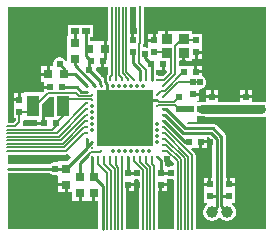
<source format=gtl>
G04*
G04 #@! TF.GenerationSoftware,Altium Limited,Altium Designer,18.0.11 (651)*
G04*
G04 Layer_Physical_Order=1*
G04 Layer_Color=255*
%FSLAX24Y24*%
%MOIN*%
G70*
G01*
G75*
%ADD10C,0.0059*%
%ADD11C,0.0098*%
%ADD13C,0.0079*%
%ADD14R,0.0197X0.0236*%
%ADD15R,0.0236X0.0197*%
%ADD16R,0.0256X0.0197*%
%ADD17R,0.0300X0.0300*%
%ADD18R,0.0315X0.0295*%
%ADD19R,0.0394X0.0709*%
%ADD20R,0.1909X0.1909*%
%ADD22R,0.0295X0.0315*%
%ADD23R,0.0374X0.0335*%
%ADD34C,0.0108*%
%ADD35C,0.0057*%
%ADD36C,0.0200*%
%ADD37C,0.0300*%
%ADD38C,0.0072*%
%ADD39C,0.0394*%
%ADD40C,0.0240*%
%ADD41C,0.0138*%
G36*
X372Y2817D02*
X316D01*
Y2598D01*
X216D01*
Y2817D01*
X169D01*
Y3708D01*
X372D01*
Y2817D01*
D02*
G37*
G36*
X-555Y2566D02*
X-609D01*
Y2309D01*
X-709D01*
Y2566D01*
X-907D01*
Y2566D01*
X-943D01*
Y2566D01*
X-1150D01*
Y2705D01*
X-1071D01*
Y3102D01*
X-1901D01*
Y2738D01*
X-1931D01*
Y2243D01*
X-1931D01*
Y2206D01*
X-1931D01*
Y1926D01*
X-1981Y1914D01*
X-1984Y1921D01*
X-2000Y1945D01*
X-2019Y1967D01*
X-2041Y1986D01*
X-2065Y2002D01*
X-2091Y2015D01*
X-2118Y2024D01*
X-2146Y2030D01*
X-2175Y2032D01*
X-2204Y2030D01*
X-2232Y2024D01*
X-2260Y2015D01*
X-2285Y2002D01*
X-2309Y1986D01*
X-2331Y1967D01*
X-2350Y1945D01*
X-2366Y1921D01*
X-2379Y1895D01*
X-2388Y1868D01*
X-2394Y1840D01*
X-2396Y1811D01*
X-2394Y1782D01*
X-2392Y1774D01*
X-2418Y1733D01*
X-2431Y1724D01*
X-2499D01*
Y1467D01*
X-2549D01*
Y1417D01*
X-2797D01*
Y1209D01*
X-2708D01*
Y1083D01*
X-2490D01*
Y983D01*
X-2708D01*
Y881D01*
X-2719Y872D01*
X-2765Y858D01*
Y858D01*
X-2765Y858D01*
X-3359D01*
Y828D01*
X-3465D01*
Y610D01*
X-3515D01*
Y560D01*
X-3713D01*
Y392D01*
Y-2D01*
X-3645D01*
Y-73D01*
X-3711Y-140D01*
X-3905D01*
Y3708D01*
X-555D01*
Y2566D01*
D02*
G37*
G36*
X4692Y550D02*
X4557D01*
X4550Y550D01*
X4237D01*
Y667D01*
X4039D01*
X3841D01*
Y550D01*
X3114D01*
Y667D01*
X2718D01*
Y550D01*
X2566D01*
X2538Y549D01*
X2510Y544D01*
X2483Y536D01*
X2457Y526D01*
X2452Y523D01*
X2407Y547D01*
X2417Y585D01*
X2464D01*
Y753D01*
X2266D01*
Y853D01*
X2464D01*
Y932D01*
X2486Y980D01*
X2515Y982D01*
X2543Y988D01*
X2570Y997D01*
X2596Y1010D01*
X2620Y1026D01*
X2642Y1045D01*
X2661Y1067D01*
X2677Y1091D01*
X2690Y1116D01*
X2699Y1144D01*
X2704Y1172D01*
X2706Y1201D01*
X2704Y1230D01*
X2699Y1258D01*
X2690Y1285D01*
X2677Y1311D01*
X2661Y1335D01*
X2642Y1357D01*
X2620Y1376D01*
X2596Y1392D01*
X2580Y1400D01*
Y1495D01*
X2362D01*
Y1545D01*
X2312D01*
Y1744D01*
X1803D01*
Y1906D01*
X1913D01*
Y2173D01*
X2013D01*
Y1906D01*
X2250D01*
Y1985D01*
X2328D01*
Y2203D01*
X2378D01*
Y2253D01*
X2576D01*
Y2379D01*
Y2815D01*
X2250D01*
Y2893D01*
X1442D01*
Y2626D01*
X1342D01*
Y2893D01*
X1105D01*
Y2815D01*
X1028D01*
Y2597D01*
X978D01*
Y2547D01*
X779D01*
Y2388D01*
X764Y2371D01*
X729Y2354D01*
X717Y2359D01*
X688Y2364D01*
X659Y2366D01*
X646Y2365D01*
X607Y2403D01*
X606Y2443D01*
X607Y2443D01*
X618Y2461D01*
X625Y2479D01*
X630Y2499D01*
X632Y2520D01*
Y3708D01*
X4692D01*
Y550D01*
D02*
G37*
G36*
X1320Y1593D02*
X1368D01*
X1389Y1543D01*
X1255Y1409D01*
X1166D01*
X1153Y1417D01*
X1130Y1427D01*
X1107Y1432D01*
X1083Y1434D01*
X1036Y1472D01*
Y1593D01*
X1220D01*
Y1791D01*
X1320D01*
Y1593D01*
D02*
G37*
G36*
X-683Y1702D02*
X-555D01*
Y1483D01*
X-584Y1454D01*
X-597Y1439D01*
X-608Y1421D01*
X-616Y1402D01*
X-620Y1383D01*
X-622Y1363D01*
X-630Y1350D01*
X-639Y1327D01*
X-686Y1318D01*
X-692Y1320D01*
X-693Y1323D01*
X-706Y1343D01*
X-721Y1361D01*
X-971Y1611D01*
X-970Y1619D01*
X-972Y1648D01*
X-973Y1652D01*
X-940Y1702D01*
X-783D01*
Y1900D01*
X-683D01*
Y1702D01*
D02*
G37*
G36*
X-2375Y31D02*
X-2658D01*
Y-167D01*
X-2708D01*
Y-217D01*
X-2926D01*
Y-256D01*
X-3394D01*
X-3412Y-206D01*
X-3410Y-203D01*
X-3399Y-186D01*
X-3391Y-167D01*
X-3386Y-147D01*
X-3385Y-127D01*
Y-90D01*
X-3359Y-51D01*
X-2926D01*
Y-117D01*
X-2758D01*
Y31D01*
X-2765D01*
Y458D01*
X-2503Y720D01*
X-2375D01*
Y31D01*
D02*
G37*
G36*
X-1784Y-1292D02*
X-1927Y-1435D01*
X-2220D01*
Y-1439D01*
X-2230Y-1451D01*
X-2270Y-1473D01*
X-2280Y-1470D01*
X-2308Y-1464D01*
X-2337Y-1463D01*
X-2366Y-1464D01*
X-2394Y-1470D01*
X-2421Y-1479D01*
X-2447Y-1492D01*
X-2471Y-1508D01*
X-2493Y-1527D01*
X-2498Y-1533D01*
X-3899D01*
X-3905Y-1528D01*
Y-1213D01*
X-1972D01*
X-1951Y-1211D01*
X-1931Y-1206D01*
X-1913Y-1198D01*
X-1895Y-1188D01*
X-1891Y-1185D01*
X-1784Y-1292D01*
D02*
G37*
G36*
X1630Y-1479D02*
Y-1565D01*
X1623Y-1575D01*
X1580Y-1603D01*
X1574Y-1602D01*
X1545Y-1600D01*
X1516Y-1602D01*
X1488Y-1608D01*
X1461Y-1617D01*
X1439Y-1628D01*
X1430Y-1625D01*
X1389Y-1603D01*
Y-1603D01*
X1341Y-1600D01*
Y-1388D01*
X1339Y-1364D01*
X1333Y-1342D01*
X1324Y-1320D01*
X1312Y-1300D01*
X1299Y-1284D01*
X1367Y-1216D01*
X1630Y-1479D01*
D02*
G37*
G36*
X2457Y74D02*
X2483Y64D01*
X2510Y56D01*
X2538Y51D01*
X2566Y50D01*
X4550D01*
X4557Y50D01*
X4692D01*
Y-3708D01*
X2361D01*
X2354Y-3701D01*
Y-1233D01*
X2353Y-1213D01*
X2348Y-1193D01*
X2340Y-1174D01*
X2330Y-1157D01*
X2316Y-1141D01*
X2207Y-1032D01*
X2227Y-986D01*
X2470D01*
Y-787D01*
X2520D01*
Y-737D01*
X2738D01*
Y-642D01*
X2810D01*
X2910Y-742D01*
Y-1987D01*
X2876D01*
Y-2205D01*
X2826D01*
Y-2255D01*
X2627D01*
Y-2423D01*
Y-2817D01*
X2740D01*
X2753Y-2867D01*
X2747Y-2870D01*
X2720Y-2889D01*
X2695Y-2911D01*
X2673Y-2936D01*
X2654Y-2963D01*
X2638Y-2993D01*
X2625Y-3023D01*
X2616Y-3055D01*
X2610Y-3088D01*
X2608Y-3122D01*
X2610Y-3155D01*
X2616Y-3188D01*
X2625Y-3220D01*
X2638Y-3251D01*
X2654Y-3280D01*
X2673Y-3307D01*
X2695Y-3332D01*
X2720Y-3354D01*
X2747Y-3373D01*
X2777Y-3389D01*
X2807Y-3402D01*
X2839Y-3411D01*
X2872Y-3417D01*
X2906Y-3419D01*
X2939Y-3417D01*
X2972Y-3411D01*
X3004Y-3402D01*
X3035Y-3389D01*
X3064Y-3373D01*
X3091Y-3354D01*
X3116Y-3332D01*
X3123Y-3323D01*
X3139Y-3318D01*
X3172D01*
X3188Y-3323D01*
X3195Y-3332D01*
X3220Y-3354D01*
X3247Y-3373D01*
X3277Y-3389D01*
X3307Y-3402D01*
X3339Y-3411D01*
X3372Y-3417D01*
X3406Y-3419D01*
X3439Y-3417D01*
X3472Y-3411D01*
X3504Y-3402D01*
X3535Y-3389D01*
X3564Y-3373D01*
X3591Y-3354D01*
X3616Y-3332D01*
X3638Y-3307D01*
X3657Y-3280D01*
X3673Y-3251D01*
X3686Y-3220D01*
X3695Y-3188D01*
X3701Y-3155D01*
X3703Y-3122D01*
X3701Y-3088D01*
X3695Y-3055D01*
X3686Y-3023D01*
X3673Y-2993D01*
X3657Y-2963D01*
X3638Y-2936D01*
X3616Y-2911D01*
X3591Y-2889D01*
X3564Y-2870D01*
X3558Y-2867D01*
X3571Y-2817D01*
X3654D01*
Y-2423D01*
Y-2255D01*
X3456D01*
Y-2205D01*
X3406D01*
Y-1987D01*
X3365D01*
Y-616D01*
X3365Y-616D01*
X3363Y-592D01*
X3358Y-569D01*
X3349Y-548D01*
X3337Y-528D01*
X3321Y-510D01*
X3321Y-510D01*
X3042Y-231D01*
X3025Y-216D01*
X3004Y-203D01*
X2983Y-194D01*
X2960Y-189D01*
X2937Y-187D01*
X2086D01*
X2079Y-178D01*
X2106Y-128D01*
X2392D01*
Y56D01*
X2414Y73D01*
X2442Y83D01*
X2457Y74D01*
D02*
G37*
G36*
X1461Y-2025D02*
X1488Y-2034D01*
X1516Y-2039D01*
X1545Y-2041D01*
X1574Y-2039D01*
X1580Y-2038D01*
X1623Y-2066D01*
X1630Y-2077D01*
Y-3701D01*
X1623Y-3708D01*
X1096D01*
X1090Y-3701D01*
Y-2433D01*
X1141D01*
Y-2215D01*
X1191D01*
Y-2165D01*
X1389D01*
Y-2041D01*
X1395Y-2035D01*
X1422Y-2019D01*
X1439Y-2014D01*
X1461Y-2025D01*
D02*
G37*
G36*
X375Y-2039D02*
X404Y-2041D01*
X430Y-2040D01*
X433Y-2040D01*
X480Y-2076D01*
Y-3701D01*
X473Y-3708D01*
X38D01*
X32Y-3701D01*
Y-2433D01*
X48D01*
Y-2215D01*
X98D01*
Y-2165D01*
X297D01*
Y-2069D01*
X299Y-2065D01*
X343Y-2034D01*
X346Y-2034D01*
X375Y-2039D01*
D02*
G37*
G36*
X-2493Y-1839D02*
X-2471Y-1858D01*
X-2447Y-1874D01*
X-2421Y-1887D01*
X-2394Y-1896D01*
X-2366Y-1902D01*
X-2337Y-1904D01*
X-2308Y-1902D01*
X-2280Y-1896D01*
X-2270Y-1893D01*
X-2257Y-1900D01*
X-2220Y-1931D01*
Y-1967D01*
X-2220D01*
Y-2165D01*
X-1963D01*
Y-2215D01*
X-1913D01*
Y-2462D01*
X-1754D01*
Y-2748D01*
X-1546D01*
Y-2500D01*
X-1446D01*
Y-2748D01*
X-1083D01*
Y-2500D01*
X-983D01*
Y-2748D01*
X-888D01*
Y-3691D01*
X-904Y-3708D01*
X-3905D01*
Y-1838D01*
X-3899Y-1833D01*
X-2498D01*
X-2493Y-1839D01*
D02*
G37*
%LPC*%
G36*
X-2599Y1724D02*
X-2797D01*
Y1517D01*
X-2599D01*
Y1724D01*
D02*
G37*
G36*
X-3565Y828D02*
X-3713D01*
Y660D01*
X-3565D01*
Y828D01*
D02*
G37*
G36*
X928Y2815D02*
X779D01*
Y2647D01*
X928D01*
Y2815D01*
D02*
G37*
G36*
X2576Y2153D02*
X2428D01*
Y1985D01*
X2576D01*
Y2153D01*
D02*
G37*
G36*
X2580Y1744D02*
X2412D01*
Y1595D01*
X2580D01*
Y1744D01*
D02*
G37*
G36*
X4237Y935D02*
X4089D01*
Y767D01*
X4237D01*
Y935D01*
D02*
G37*
G36*
X3114Y935D02*
X2966D01*
Y767D01*
X3114D01*
Y935D01*
D02*
G37*
G36*
X2866D02*
X2718D01*
Y767D01*
X2866D01*
Y935D01*
D02*
G37*
G36*
X3989Y935D02*
X3841D01*
Y767D01*
X3989D01*
Y935D01*
D02*
G37*
G36*
X2738Y-837D02*
X2570D01*
Y-986D01*
X2738D01*
Y-837D01*
D02*
G37*
G36*
X2776Y-1987D02*
X2627D01*
Y-2155D01*
X2776D01*
Y-1987D01*
D02*
G37*
G36*
X3654Y-1987D02*
X3506D01*
Y-2155D01*
X3654D01*
Y-1987D01*
D02*
G37*
G36*
X1389Y-2265D02*
X1241D01*
Y-2433D01*
X1389D01*
Y-2265D01*
D02*
G37*
G36*
X297D02*
X148D01*
Y-2433D01*
X297D01*
Y-2265D01*
D02*
G37*
G36*
X-2013D02*
X-2220D01*
Y-2462D01*
X-2013D01*
Y-2265D01*
D02*
G37*
%LPD*%
D10*
X1287Y-295D02*
X2225Y-1233D01*
X1320Y-492D02*
X2108Y-1281D01*
X1352Y-689D02*
X1992Y-1329D01*
X1385Y-886D02*
X1876Y-1377D01*
X1417Y-1083D02*
X1760Y-1425D01*
X1319Y915D02*
X1949Y1545D01*
X1280Y712D02*
X1769Y1201D01*
X2486D01*
X1760Y-3701D02*
Y-1425D01*
X1876Y-3701D02*
Y-1377D01*
X1992Y-3701D02*
Y-1329D01*
X2225Y-3701D02*
Y-1233D01*
X2108Y-3701D02*
Y-1281D01*
X1280Y-295D02*
X1287D01*
X1280Y-689D02*
X1352D01*
X1280Y-886D02*
X1385D01*
X1280Y-492D02*
X1320D01*
X1280Y-1083D02*
X1417D01*
X886Y-1518D02*
Y-1280D01*
X960Y-3701D02*
Y-1592D01*
X886Y-1518D02*
X960Y-1592D01*
X843Y-3701D02*
Y-1640D01*
X689Y-1486D02*
Y-1280D01*
Y-1486D02*
X843Y-1640D01*
X492Y-1453D02*
Y-1280D01*
X727Y-3701D02*
Y-1688D01*
X492Y-1453D02*
X727Y-1688D01*
X610Y-3701D02*
Y-1735D01*
X295Y-1420D02*
X610Y-1735D01*
X295Y-1420D02*
Y-1280D01*
X-295Y-1568D02*
Y-1280D01*
X-215Y-3701D02*
Y-1649D01*
X-295Y-1568D02*
X-215Y-1649D01*
X-492Y-1535D02*
Y-1280D01*
X-331Y-3701D02*
Y-1697D01*
X-492Y-1535D02*
X-331Y-1697D01*
X-98Y-3701D02*
Y-1280D01*
X1083Y1280D02*
X1309D01*
X1280Y1083D02*
X1673Y1476D01*
X1085Y787D02*
X1213Y915D01*
X1083Y787D02*
X1085D01*
X1213Y915D02*
X1319D01*
X1280Y689D02*
Y712D01*
X1673Y2402D02*
X1868Y2597D01*
X2378D01*
X978Y2203D02*
X1363D01*
X-492Y1280D02*
Y1362D01*
X-98Y1280D02*
Y1348D01*
X689Y1280D02*
Y1599D01*
X1363Y2203D02*
X1392Y2173D01*
X1545Y2020D01*
X1673Y1476D02*
Y2402D01*
X1545Y1516D02*
Y2020D01*
X1309Y1280D02*
X1545Y1516D01*
X453Y1835D02*
X689Y1599D01*
X-1282Y492D02*
X-1280D01*
X-1282Y295D02*
X-1280D01*
X-2195Y-618D02*
X-1282Y295D01*
X-2142Y-734D02*
X-1309Y98D01*
X-1280D01*
X-2071Y-850D02*
X-1319Y-98D01*
X-1280D01*
X-3917Y-850D02*
X-2071D01*
X-1348Y-295D02*
X-1280D01*
X-2020Y-967D02*
X-1348Y-295D01*
X-3917Y-967D02*
X-2020D01*
X-1972Y-1083D02*
X-1381Y-492D01*
X-1280D01*
X-3917Y-1083D02*
X-1972D01*
X-2314Y-256D02*
Y-167D01*
X-2444Y-386D02*
X-2314Y-256D01*
X-3917Y-734D02*
X-2142D01*
X-3917Y-618D02*
X-2195D01*
X453Y2470D02*
X502Y2520D01*
Y3722D01*
X453Y1835D02*
Y2470D01*
X-492Y1362D02*
X-425Y1429D01*
Y3720D01*
X39Y1539D02*
Y3720D01*
X-309Y1293D02*
X-295Y1280D01*
X-309Y1293D02*
Y3720D01*
X-193Y1443D02*
X-98Y1348D01*
X-193Y1443D02*
Y3720D01*
X-77Y1491D02*
Y3720D01*
Y1491D02*
X98Y1316D01*
Y1280D02*
Y1316D01*
X39Y1539D02*
X295Y1283D01*
Y1280D02*
Y1283D01*
X-3658Y-270D02*
X-3515Y-127D01*
X-3917Y-270D02*
X-3658D01*
X-3515Y-127D02*
Y217D01*
X-3917Y-386D02*
X-2444D01*
X-3917Y-502D02*
X-2276D01*
X-1282Y492D01*
D11*
X2872Y-492D02*
X3060Y-680D01*
Y-2598D02*
Y-680D01*
X2906Y-3122D02*
X3060Y-2967D01*
X3216Y-2932D02*
X3406Y-3122D01*
X2826Y-2598D02*
X3053D01*
X3060Y-2967D02*
Y-2605D01*
X3216Y-2932D02*
Y-2598D01*
X3456D01*
X1310Y-98D02*
X1999Y-787D01*
X2126D01*
X1333Y98D02*
X1923Y-492D01*
X2872D01*
X1988Y-337D02*
X2937D01*
X1356Y295D02*
X1988Y-337D01*
X2937D02*
X3216Y-616D01*
Y-2598D02*
Y-616D01*
X-1673Y1772D02*
Y1959D01*
Y1772D02*
X-984Y1083D01*
X-1299Y2067D02*
Y2904D01*
X-1673Y2490D02*
Y2904D01*
X-738Y-3691D02*
Y-2264D01*
X-1033Y-1969D02*
X-738Y-2264D01*
X-1496Y-1484D02*
X-1243Y-1231D01*
X-1496Y-1969D02*
Y-1484D01*
X-1083Y-1919D02*
Y-1280D01*
Y-1919D02*
X-1033Y-1969D01*
X1211Y-1841D02*
X1545D01*
X876Y1791D02*
X886Y1781D01*
Y1280D02*
Y1781D01*
X492Y1280D02*
Y1604D01*
X1280Y-98D02*
X1310D01*
X1280Y295D02*
X1356D01*
X1280Y98D02*
X1333D01*
X1191Y-1821D02*
X1211Y-1841D01*
X1191Y-1821D02*
Y-1388D01*
X1083Y-1280D02*
X1191Y-1388D01*
X98Y-1821D02*
Y-1280D01*
X236Y236D02*
X591Y591D01*
X0Y0D02*
X236Y236D01*
X591Y591D02*
X1083D01*
X98Y-1821D02*
X404D01*
X266Y1830D02*
Y2205D01*
Y1830D02*
X492Y1604D01*
X-591Y1083D02*
Y1151D01*
X-653Y1213D02*
X-591Y1151D01*
X-653Y1213D02*
Y1434D01*
X-827Y1152D02*
Y1255D01*
X-787Y1083D02*
Y1113D01*
X-827Y1152D02*
X-787Y1113D01*
X-1191Y1619D02*
X-827Y1255D01*
X-1663Y1467D02*
X-1280Y1083D01*
X-2018Y1467D02*
X-1663D01*
X-1467Y886D02*
X-1280D01*
X-1614Y1033D02*
X-1467Y886D01*
X-2096Y1033D02*
X-1614D01*
X-2018Y1467D02*
Y1654D01*
X-2175Y1811D02*
X-2018Y1654D01*
X659Y2008D02*
X876Y1791D01*
X659Y2008D02*
Y2146D01*
X-2337Y-1683D02*
X-1963D01*
X-591Y591D02*
Y1083D01*
Y591D02*
X0Y0D01*
X-3899Y-1683D02*
X-2337D01*
X-1963D02*
X-1280Y-1000D01*
X-1113Y-787D02*
X-1083D01*
X-1280Y-954D02*
X-1113Y-787D01*
X-1280Y-1000D02*
Y-954D01*
Y-689D01*
X-1191Y1619D02*
Y1959D01*
X-1299Y2067D02*
X-1191Y1959D01*
X-733Y1900D02*
X-659Y1974D01*
Y2309D01*
D13*
X-593Y-3701D02*
Y-1829D01*
X-886Y-1535D02*
X-593Y-1829D01*
X-457Y-3701D02*
Y-1768D01*
X-689Y-1535D02*
X-457Y-1768D01*
X-689Y-1535D02*
Y-1280D01*
X-886Y-1535D02*
Y-1280D01*
D14*
X2826Y-2598D02*
D03*
Y-2205D02*
D03*
X3456Y-2205D02*
D03*
Y-2598D02*
D03*
X4039Y323D02*
D03*
Y717D02*
D03*
X1792Y699D02*
D03*
Y305D02*
D03*
X2266Y803D02*
D03*
Y1197D02*
D03*
X2916Y717D02*
D03*
Y323D02*
D03*
X-3515Y610D02*
D03*
Y217D02*
D03*
X266Y2598D02*
D03*
Y2205D02*
D03*
X978Y2597D02*
D03*
Y2203D02*
D03*
X2378Y2203D02*
D03*
Y2597D02*
D03*
X98Y-2215D02*
D03*
Y-1821D02*
D03*
X1191Y-2215D02*
D03*
Y-1821D02*
D03*
D15*
X2520Y-787D02*
D03*
X2126D02*
D03*
X2362Y1545D02*
D03*
X1969D02*
D03*
X-2708Y-167D02*
D03*
X-2314D02*
D03*
X-2490Y1033D02*
D03*
X-2096D02*
D03*
X1270Y1791D02*
D03*
X876D02*
D03*
X-1127Y1900D02*
D03*
X-733D02*
D03*
D16*
X2539Y302D02*
D03*
X2165Y302D02*
D03*
X-1299Y2904D02*
D03*
X-1673D02*
D03*
D17*
X4550Y300D02*
D03*
D18*
X-1673Y1959D02*
D03*
Y2490D02*
D03*
X-1033Y-1969D02*
D03*
Y-2500D02*
D03*
X-1496Y-1969D02*
D03*
Y-2500D02*
D03*
X-1963Y-1683D02*
D03*
Y-2215D02*
D03*
D19*
X-3062Y404D02*
D03*
X-2078D02*
D03*
D20*
X0Y0D02*
D03*
D22*
X-2018Y1467D02*
D03*
X-2549D02*
D03*
X-1191Y2309D02*
D03*
X-659D02*
D03*
D23*
X1963Y2173D02*
D03*
Y2626D02*
D03*
X1392D02*
D03*
Y2173D02*
D03*
D34*
X1083Y-1280D02*
D03*
X886D02*
D03*
X689D02*
D03*
X492D02*
D03*
X295D02*
D03*
X98D02*
D03*
X-98D02*
D03*
X-295D02*
D03*
X-492D02*
D03*
X-689D02*
D03*
X-886D02*
D03*
X-1083D02*
D03*
X1280Y-1083D02*
D03*
X787D02*
D03*
X591D02*
D03*
X394D02*
D03*
X197D02*
D03*
X0D02*
D03*
X-197D02*
D03*
X-394D02*
D03*
X-787D02*
D03*
X-1083Y-984D02*
D03*
X1280Y-886D02*
D03*
X1083Y-787D02*
D03*
X-1083D02*
D03*
X1280Y-689D02*
D03*
X-1280D02*
D03*
X1083Y-591D02*
D03*
X1280Y-492D02*
D03*
X-1280D02*
D03*
X1083Y-394D02*
D03*
X-1083D02*
D03*
X1280Y-295D02*
D03*
X-1280D02*
D03*
X1083Y-197D02*
D03*
X-1083D02*
D03*
X1280Y-98D02*
D03*
X-1280D02*
D03*
X-1083Y0D02*
D03*
X1280Y98D02*
D03*
X-1280D02*
D03*
X-1083Y197D02*
D03*
X1280Y295D02*
D03*
X-1280D02*
D03*
X1083Y394D02*
D03*
X-1083D02*
D03*
X-1280Y492D02*
D03*
X1083Y591D02*
D03*
X-1083D02*
D03*
X1280Y689D02*
D03*
X-1083Y787D02*
D03*
X-1280Y886D02*
D03*
X1083Y787D02*
D03*
X1280Y1083D02*
D03*
X591D02*
D03*
X394D02*
D03*
X197D02*
D03*
X0D02*
D03*
X-197D02*
D03*
X-394D02*
D03*
X-591D02*
D03*
X-787D02*
D03*
X-984D02*
D03*
X-1280D02*
D03*
X1083Y1280D02*
D03*
X689D02*
D03*
X492D02*
D03*
X295D02*
D03*
X98D02*
D03*
X-98D02*
D03*
X-295D02*
D03*
X-492D02*
D03*
X886D02*
D03*
D35*
X1642Y549D02*
X1792Y699D01*
X1124Y549D02*
X1642D01*
X1124Y435D02*
X1662D01*
X1793Y303D01*
X1795Y301D01*
X1083Y394D02*
X1124Y435D01*
X1083Y591D02*
X1124Y549D01*
X-1124Y632D02*
X-1083Y591D01*
X-1124Y746D02*
X-1083Y787D01*
X-1621Y849D02*
X-1522Y751D01*
X-1519D01*
X-1514Y746D01*
X-1124D01*
X-2078Y404D02*
X-1849Y632D01*
X-2314Y-167D02*
X-2078Y69D01*
Y404D01*
X-3249Y217D02*
X-3062Y404D01*
X-3515Y217D02*
X-3249D01*
X-2556Y849D02*
X-1621D01*
X-1849Y632D02*
X-1124D01*
X-3002Y404D02*
X-2556Y849D01*
X-3062Y404D02*
X-3002D01*
D36*
X1793Y303D02*
X2145D01*
D37*
X2566Y300D02*
X4550D01*
D38*
X-837Y-1132D02*
X-787Y-1083D01*
X-1144Y-1132D02*
X-837D01*
X-1243Y-1231D02*
X-1144Y-1132D01*
D39*
X2906Y-3122D02*
D03*
X3406D02*
D03*
D40*
X2786Y-1855D02*
D03*
X3496Y-1855D02*
D03*
X1949Y1841D02*
D03*
X3490Y-3590D02*
D03*
X2472Y-2590D02*
D03*
Y-3590D02*
D03*
X2825Y-797D02*
D03*
X3570Y3590D02*
D03*
X757D02*
D03*
Y2953D02*
D03*
X1390Y3020D02*
D03*
X2710Y2210D02*
D03*
X2700Y1550D02*
D03*
X2486Y1201D02*
D03*
X2590Y700D02*
D03*
X2569Y-39D02*
D03*
X4566Y-79D02*
D03*
X4566Y679D02*
D03*
X2910Y1050D02*
D03*
X4570Y-3590D02*
D03*
Y-2590D02*
D03*
Y-1590D02*
D03*
X2472D02*
D03*
X3490D02*
D03*
Y-590D02*
D03*
X4570D02*
D03*
X2570Y3590D02*
D03*
X4570D02*
D03*
X1570D02*
D03*
X4570Y2590D02*
D03*
X3570D02*
D03*
X4570Y1590D02*
D03*
X3570D02*
D03*
X3566Y679D02*
D03*
X3566Y-79D02*
D03*
X709Y-709D02*
D03*
X236D02*
D03*
X-236D02*
D03*
X-709D02*
D03*
X709Y-236D02*
D03*
X236D02*
D03*
X-236D02*
D03*
X-709D02*
D03*
X709Y236D02*
D03*
X236D02*
D03*
X-236D02*
D03*
X-709D02*
D03*
X709Y709D02*
D03*
X236D02*
D03*
X-236D02*
D03*
X-709D02*
D03*
X-2002Y-1330D02*
D03*
X-3790D02*
D03*
X1417Y-1378D02*
D03*
X1211Y-2550D02*
D03*
X404Y-2244D02*
D03*
X1545Y-1821D02*
D03*
X404Y-1821D02*
D03*
X-709Y1457D02*
D03*
X-2175Y1811D02*
D03*
X1201Y1496D02*
D03*
X659Y2146D02*
D03*
X-3062Y-157D02*
D03*
X-2337Y-1683D02*
D03*
X-3790Y-3590D02*
D03*
Y-2470D02*
D03*
Y984D02*
D03*
Y2362D02*
D03*
Y3590D02*
D03*
X-2559D02*
D03*
X-1575D02*
D03*
X-719D02*
D03*
X-2559Y2362D02*
D03*
X-2913Y1467D02*
D03*
X-2835Y1033D02*
D03*
X-2619Y394D02*
D03*
X-3790Y-60D02*
D03*
X-2500Y-3590D02*
D03*
X-2503Y-2559D02*
D03*
X-1912D02*
D03*
X-1970Y-3590D02*
D03*
X-1020D02*
D03*
X-1516Y-2864D02*
D03*
X-1043D02*
D03*
X148Y-2559D02*
D03*
X260Y-3590D02*
D03*
X1350D02*
D03*
X1496Y-2234D02*
D03*
X295Y2904D02*
D03*
X-740Y2710D02*
D03*
X-1191Y1619D02*
D03*
D41*
X197Y-1083D02*
D03*
X591Y1083D02*
D03*
X394D02*
D03*
X197D02*
D03*
X0D02*
D03*
X-197D02*
D03*
X-394D02*
D03*
X0Y-1083D02*
D03*
X-197Y-1083D02*
D03*
X-394D02*
D03*
X1083Y-787D02*
D03*
Y-591D02*
D03*
Y-394D02*
D03*
X1083Y-197D02*
D03*
X591Y-1083D02*
D03*
X394D02*
D03*
X787D02*
D03*
X-1083Y197D02*
D03*
Y0D02*
D03*
Y-197D02*
D03*
Y-394D02*
D03*
Y394D02*
D03*
M02*

</source>
